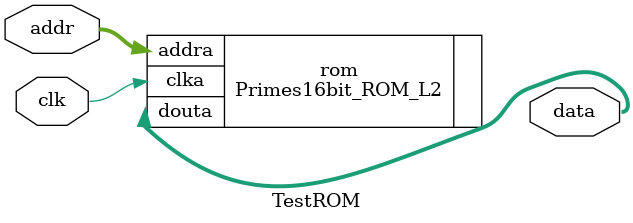
<source format=v>
`timescale 1ps / 1ps

module TestROM(
    input wire clk,
    input wire [12:0] addr,
    output wire [15:0] data
    );

    Primes16bit_ROM_L2 rom (
        .clka(clk),
        .addra(addr),
        .douta(data)
    );

endmodule

</source>
